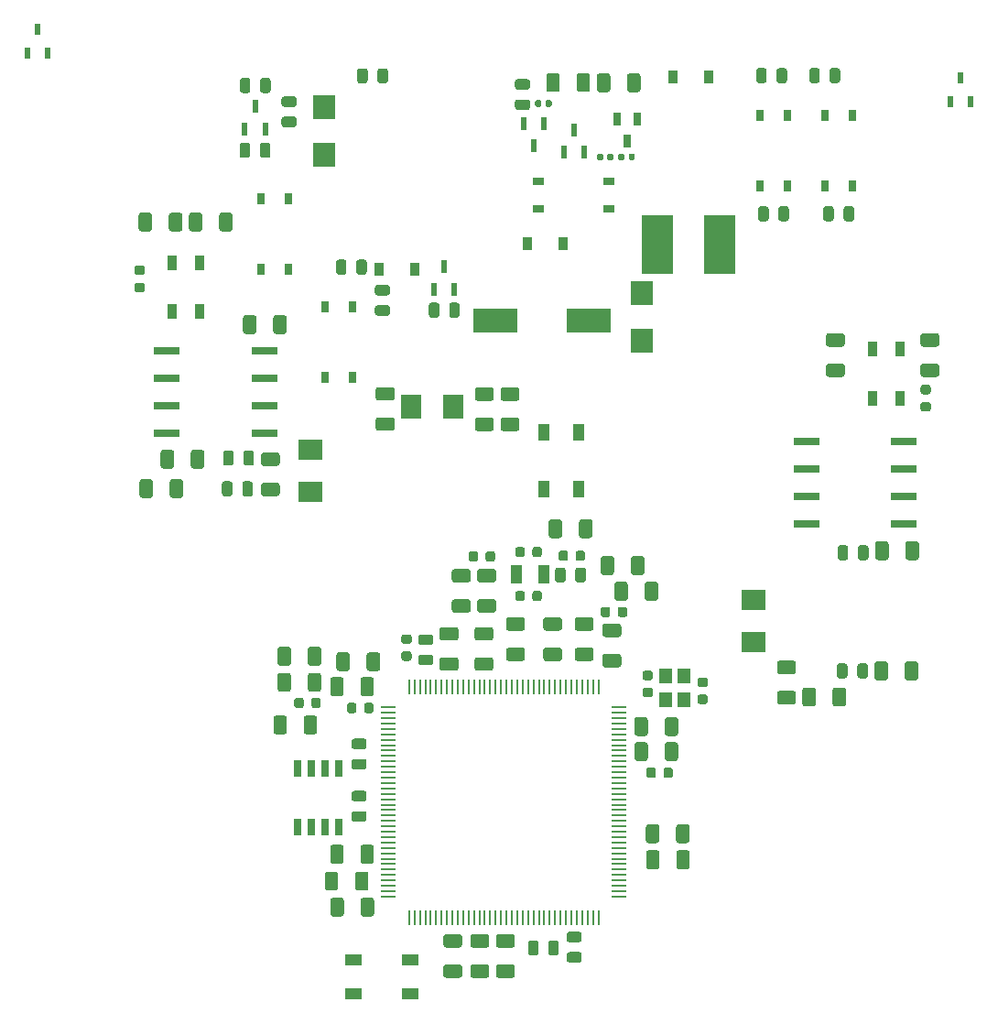
<source format=gtp>
G04 #@! TF.GenerationSoftware,KiCad,Pcbnew,(5.1.6-0-10_14)*
G04 #@! TF.CreationDate,2020-09-25T20:25:35+02:00*
G04 #@! TF.ProjectId,CHAdeMO_V2.0,43484164-654d-44f5-9f56-322e302e6b69,rev?*
G04 #@! TF.SameCoordinates,Original*
G04 #@! TF.FileFunction,Paste,Top*
G04 #@! TF.FilePolarity,Positive*
%FSLAX46Y46*%
G04 Gerber Fmt 4.6, Leading zero omitted, Abs format (unit mm)*
G04 Created by KiCad (PCBNEW (5.1.6-0-10_14)) date 2020-09-25 20:25:35*
%MOMM*%
%LPD*%
G01*
G04 APERTURE LIST*
%ADD10R,0.600000X1.050000*%
%ADD11R,0.650000X1.200000*%
%ADD12R,0.600000X1.300000*%
%ADD13R,0.900000X1.350000*%
%ADD14R,1.900000X2.200000*%
%ADD15R,2.900000X5.450000*%
%ADD16R,2.150000X2.200000*%
%ADD17R,0.800000X1.000000*%
%ADD18R,1.000000X0.800000*%
%ADD19R,1.550000X1.000000*%
%ADD20R,1.000000X1.550000*%
%ADD21R,4.050000X2.300000*%
%ADD22R,0.280000X1.470000*%
%ADD23R,1.470000X0.280000*%
%ADD24R,2.350000X0.700000*%
%ADD25R,0.900000X1.200000*%
%ADD26R,1.000000X1.800000*%
%ADD27R,0.650000X1.525000*%
%ADD28R,2.200000X1.900000*%
%ADD29R,1.200000X1.400000*%
G04 APERTURE END LIST*
G04 #@! TO.C,R28*
G36*
G01*
X120883100Y-70892350D02*
X120883100Y-71804850D01*
G75*
G02*
X120639350Y-72048600I-243750J0D01*
G01*
X120151850Y-72048600D01*
G75*
G02*
X119908100Y-71804850I0J243750D01*
G01*
X119908100Y-70892350D01*
G75*
G02*
X120151850Y-70648600I243750J0D01*
G01*
X120639350Y-70648600D01*
G75*
G02*
X120883100Y-70892350I0J-243750D01*
G01*
G37*
G36*
G01*
X122758100Y-70892350D02*
X122758100Y-71804850D01*
G75*
G02*
X122514350Y-72048600I-243750J0D01*
G01*
X122026850Y-72048600D01*
G75*
G02*
X121783100Y-71804850I0J243750D01*
G01*
X121783100Y-70892350D01*
G75*
G02*
X122026850Y-70648600I243750J0D01*
G01*
X122514350Y-70648600D01*
G75*
G02*
X122758100Y-70892350I0J-243750D01*
G01*
G37*
G04 #@! TD*
G04 #@! TO.C,R27*
G36*
G01*
X127805600Y-71804850D02*
X127805600Y-70892350D01*
G75*
G02*
X128049350Y-70648600I243750J0D01*
G01*
X128536850Y-70648600D01*
G75*
G02*
X128780600Y-70892350I0J-243750D01*
G01*
X128780600Y-71804850D01*
G75*
G02*
X128536850Y-72048600I-243750J0D01*
G01*
X128049350Y-72048600D01*
G75*
G02*
X127805600Y-71804850I0J243750D01*
G01*
G37*
G36*
G01*
X125930600Y-71804850D02*
X125930600Y-70892350D01*
G75*
G02*
X126174350Y-70648600I243750J0D01*
G01*
X126661850Y-70648600D01*
G75*
G02*
X126905600Y-70892350I0J-243750D01*
G01*
X126905600Y-71804850D01*
G75*
G02*
X126661850Y-72048600I-243750J0D01*
G01*
X126174350Y-72048600D01*
G75*
G02*
X125930600Y-71804850I0J243750D01*
G01*
G37*
G04 #@! TD*
G04 #@! TO.C,R19*
G36*
G01*
X91331200Y-80720250D02*
X91331200Y-79807750D01*
G75*
G02*
X91574950Y-79564000I243750J0D01*
G01*
X92062450Y-79564000D01*
G75*
G02*
X92306200Y-79807750I0J-243750D01*
G01*
X92306200Y-80720250D01*
G75*
G02*
X92062450Y-80964000I-243750J0D01*
G01*
X91574950Y-80964000D01*
G75*
G02*
X91331200Y-80720250I0J243750D01*
G01*
G37*
G36*
G01*
X89456200Y-80720250D02*
X89456200Y-79807750D01*
G75*
G02*
X89699950Y-79564000I243750J0D01*
G01*
X90187450Y-79564000D01*
G75*
G02*
X90431200Y-79807750I0J-243750D01*
G01*
X90431200Y-80720250D01*
G75*
G02*
X90187450Y-80964000I-243750J0D01*
G01*
X89699950Y-80964000D01*
G75*
G02*
X89456200Y-80720250I0J243750D01*
G01*
G37*
G04 #@! TD*
G04 #@! TO.C,R9*
G36*
G01*
X73830600Y-65937450D02*
X73830600Y-65024950D01*
G75*
G02*
X74074350Y-64781200I243750J0D01*
G01*
X74561850Y-64781200D01*
G75*
G02*
X74805600Y-65024950I0J-243750D01*
G01*
X74805600Y-65937450D01*
G75*
G02*
X74561850Y-66181200I-243750J0D01*
G01*
X74074350Y-66181200D01*
G75*
G02*
X73830600Y-65937450I0J243750D01*
G01*
G37*
G36*
G01*
X71955600Y-65937450D02*
X71955600Y-65024950D01*
G75*
G02*
X72199350Y-64781200I243750J0D01*
G01*
X72686850Y-64781200D01*
G75*
G02*
X72930600Y-65024950I0J-243750D01*
G01*
X72930600Y-65937450D01*
G75*
G02*
X72686850Y-66181200I-243750J0D01*
G01*
X72199350Y-66181200D01*
G75*
G02*
X71955600Y-65937450I0J243750D01*
G01*
G37*
G04 #@! TD*
G04 #@! TO.C,R22*
G36*
G01*
X97663950Y-60775000D02*
X98576450Y-60775000D01*
G75*
G02*
X98820200Y-61018750I0J-243750D01*
G01*
X98820200Y-61506250D01*
G75*
G02*
X98576450Y-61750000I-243750J0D01*
G01*
X97663950Y-61750000D01*
G75*
G02*
X97420200Y-61506250I0J243750D01*
G01*
X97420200Y-61018750D01*
G75*
G02*
X97663950Y-60775000I243750J0D01*
G01*
G37*
G36*
G01*
X97663950Y-58900000D02*
X98576450Y-58900000D01*
G75*
G02*
X98820200Y-59143750I0J-243750D01*
G01*
X98820200Y-59631250D01*
G75*
G02*
X98576450Y-59875000I-243750J0D01*
G01*
X97663950Y-59875000D01*
G75*
G02*
X97420200Y-59631250I0J243750D01*
G01*
X97420200Y-59143750D01*
G75*
G02*
X97663950Y-58900000I243750J0D01*
G01*
G37*
G04 #@! TD*
G04 #@! TO.C,R21*
G36*
G01*
X99860600Y-60965300D02*
X99860600Y-61310300D01*
G75*
G02*
X99713100Y-61457800I-147500J0D01*
G01*
X99418100Y-61457800D01*
G75*
G02*
X99270600Y-61310300I0J147500D01*
G01*
X99270600Y-60965300D01*
G75*
G02*
X99418100Y-60817800I147500J0D01*
G01*
X99713100Y-60817800D01*
G75*
G02*
X99860600Y-60965300I0J-147500D01*
G01*
G37*
G36*
G01*
X100830600Y-60965300D02*
X100830600Y-61310300D01*
G75*
G02*
X100683100Y-61457800I-147500J0D01*
G01*
X100388100Y-61457800D01*
G75*
G02*
X100240600Y-61310300I0J147500D01*
G01*
X100240600Y-60965300D01*
G75*
G02*
X100388100Y-60817800I147500J0D01*
G01*
X100683100Y-60817800D01*
G75*
G02*
X100830600Y-60965300I0J-147500D01*
G01*
G37*
G04 #@! TD*
G04 #@! TO.C,R18*
G36*
G01*
X99600600Y-138761150D02*
X99600600Y-139673650D01*
G75*
G02*
X99356850Y-139917400I-243750J0D01*
G01*
X98869350Y-139917400D01*
G75*
G02*
X98625600Y-139673650I0J243750D01*
G01*
X98625600Y-138761150D01*
G75*
G02*
X98869350Y-138517400I243750J0D01*
G01*
X99356850Y-138517400D01*
G75*
G02*
X99600600Y-138761150I0J-243750D01*
G01*
G37*
G36*
G01*
X101475600Y-138761150D02*
X101475600Y-139673650D01*
G75*
G02*
X101231850Y-139917400I-243750J0D01*
G01*
X100744350Y-139917400D01*
G75*
G02*
X100500600Y-139673650I0J243750D01*
G01*
X100500600Y-138761150D01*
G75*
G02*
X100744350Y-138517400I243750J0D01*
G01*
X101231850Y-138517400D01*
G75*
G02*
X101475600Y-138761150I0J-243750D01*
G01*
G37*
G04 #@! TD*
G04 #@! TO.C,R17*
G36*
G01*
X103351650Y-138691200D02*
X102439150Y-138691200D01*
G75*
G02*
X102195400Y-138447450I0J243750D01*
G01*
X102195400Y-137959950D01*
G75*
G02*
X102439150Y-137716200I243750J0D01*
G01*
X103351650Y-137716200D01*
G75*
G02*
X103595400Y-137959950I0J-243750D01*
G01*
X103595400Y-138447450D01*
G75*
G02*
X103351650Y-138691200I-243750J0D01*
G01*
G37*
G36*
G01*
X103351650Y-140566200D02*
X102439150Y-140566200D01*
G75*
G02*
X102195400Y-140322450I0J243750D01*
G01*
X102195400Y-139834950D01*
G75*
G02*
X102439150Y-139591200I243750J0D01*
G01*
X103351650Y-139591200D01*
G75*
G02*
X103595400Y-139834950I0J-243750D01*
G01*
X103595400Y-140322450D01*
G75*
G02*
X103351650Y-140566200I-243750J0D01*
G01*
G37*
G04 #@! TD*
D10*
G04 #@! TO.C,D5*
X53247600Y-54322800D03*
X54197600Y-56522800D03*
X52297600Y-56522800D03*
G04 #@! TD*
G04 #@! TO.C,D4*
X138633200Y-58767800D03*
X139583200Y-60967800D03*
X137683200Y-60967800D03*
G04 #@! TD*
D11*
G04 #@! TO.C,Q5*
X107797600Y-64651600D03*
X106837600Y-62551600D03*
X108757600Y-62551600D03*
G04 #@! TD*
D12*
G04 #@! TO.C,Q3*
X102870000Y-63567600D03*
X103820000Y-65667600D03*
X101920000Y-65667600D03*
G04 #@! TD*
G04 #@! TO.C,Q4*
X99161600Y-65083400D03*
X98211600Y-62983400D03*
X100111600Y-62983400D03*
G04 #@! TD*
G04 #@! TO.C,Q2*
X90881200Y-76226200D03*
X91831200Y-78326200D03*
X89931200Y-78326200D03*
G04 #@! TD*
G04 #@! TO.C,Q1*
X73380600Y-61434000D03*
X74330600Y-63534000D03*
X72430600Y-63534000D03*
G04 #@! TD*
D13*
G04 #@! TO.C,L6*
X130499800Y-83831000D03*
X132999800Y-83831000D03*
X132999800Y-88381000D03*
X130499800Y-88381000D03*
G04 #@! TD*
G04 #@! TO.C,L5*
X65724600Y-75847000D03*
X68224600Y-75847000D03*
X68224600Y-80397000D03*
X65724600Y-80397000D03*
G04 #@! TD*
D14*
G04 #@! TO.C,L9*
X87839000Y-89179400D03*
X91739000Y-89179400D03*
G04 #@! TD*
G04 #@! TO.C,F2*
G36*
G01*
X106235200Y-58607800D02*
X106235200Y-59857800D01*
G75*
G02*
X105985200Y-60107800I-250000J0D01*
G01*
X105235200Y-60107800D01*
G75*
G02*
X104985200Y-59857800I0J250000D01*
G01*
X104985200Y-58607800D01*
G75*
G02*
X105235200Y-58357800I250000J0D01*
G01*
X105985200Y-58357800D01*
G75*
G02*
X106235200Y-58607800I0J-250000D01*
G01*
G37*
G36*
G01*
X109035200Y-58607800D02*
X109035200Y-59857800D01*
G75*
G02*
X108785200Y-60107800I-250000J0D01*
G01*
X108035200Y-60107800D01*
G75*
G02*
X107785200Y-59857800I0J250000D01*
G01*
X107785200Y-58607800D01*
G75*
G02*
X108035200Y-58357800I250000J0D01*
G01*
X108785200Y-58357800D01*
G75*
G02*
X109035200Y-58607800I0J-250000D01*
G01*
G37*
G04 #@! TD*
G04 #@! TO.C,F3*
G36*
G01*
X103111600Y-59832400D02*
X103111600Y-58582400D01*
G75*
G02*
X103361600Y-58332400I250000J0D01*
G01*
X104111600Y-58332400D01*
G75*
G02*
X104361600Y-58582400I0J-250000D01*
G01*
X104361600Y-59832400D01*
G75*
G02*
X104111600Y-60082400I-250000J0D01*
G01*
X103361600Y-60082400D01*
G75*
G02*
X103111600Y-59832400I0J250000D01*
G01*
G37*
G36*
G01*
X100311600Y-59832400D02*
X100311600Y-58582400D01*
G75*
G02*
X100561600Y-58332400I250000J0D01*
G01*
X101311600Y-58332400D01*
G75*
G02*
X101561600Y-58582400I0J-250000D01*
G01*
X101561600Y-59832400D01*
G75*
G02*
X101311600Y-60082400I-250000J0D01*
G01*
X100561600Y-60082400D01*
G75*
G02*
X100311600Y-59832400I0J250000D01*
G01*
G37*
G04 #@! TD*
D15*
G04 #@! TO.C,F1*
X110609900Y-74180700D03*
X116389900Y-74180700D03*
G04 #@! TD*
D16*
G04 #@! TO.C,D6*
X109169200Y-83073600D03*
X109169200Y-78673600D03*
G04 #@! TD*
G04 #@! TO.C,D3*
X79781400Y-65896600D03*
X79781400Y-61496600D03*
G04 #@! TD*
D17*
G04 #@! TO.C,U7*
X122603100Y-68744200D03*
X120063100Y-68744200D03*
X120063100Y-62244200D03*
X122603100Y-62244200D03*
G04 #@! TD*
G04 #@! TO.C,U6*
X128625600Y-68744200D03*
X126085600Y-68744200D03*
X126085600Y-62244200D03*
X128625600Y-62244200D03*
G04 #@! TD*
D18*
G04 #@! TO.C,U5*
X99594300Y-70878700D03*
X99594300Y-68338700D03*
X106094300Y-68338700D03*
X106094300Y-70878700D03*
G04 #@! TD*
D17*
G04 #@! TO.C,U4*
X82423000Y-86473400D03*
X79883000Y-86473400D03*
X79883000Y-79973400D03*
X82423000Y-79973400D03*
G04 #@! TD*
G04 #@! TO.C,U3*
X76479400Y-76465800D03*
X73939400Y-76465800D03*
X73939400Y-69965800D03*
X76479400Y-69965800D03*
G04 #@! TD*
D19*
G04 #@! TO.C,S2*
X87765800Y-143484400D03*
X82515800Y-143484400D03*
X87765800Y-140284400D03*
X82515800Y-140284400D03*
G04 #@! TD*
D20*
G04 #@! TO.C,S1*
X103301600Y-91507400D03*
X103301600Y-96757400D03*
X100101600Y-91507400D03*
X100101600Y-96757400D03*
G04 #@! TD*
D21*
G04 #@! TO.C,C44*
X104198200Y-81203800D03*
X95598200Y-81203800D03*
G04 #@! TD*
G04 #@! TO.C,R13*
G36*
G01*
X136413400Y-83636000D02*
X135163400Y-83636000D01*
G75*
G02*
X134913400Y-83386000I0J250000D01*
G01*
X134913400Y-82636000D01*
G75*
G02*
X135163400Y-82386000I250000J0D01*
G01*
X136413400Y-82386000D01*
G75*
G02*
X136663400Y-82636000I0J-250000D01*
G01*
X136663400Y-83386000D01*
G75*
G02*
X136413400Y-83636000I-250000J0D01*
G01*
G37*
G36*
G01*
X136413400Y-86436000D02*
X135163400Y-86436000D01*
G75*
G02*
X134913400Y-86186000I0J250000D01*
G01*
X134913400Y-85436000D01*
G75*
G02*
X135163400Y-85186000I250000J0D01*
G01*
X136413400Y-85186000D01*
G75*
G02*
X136663400Y-85436000I0J-250000D01*
G01*
X136663400Y-86186000D01*
G75*
G02*
X136413400Y-86436000I-250000J0D01*
G01*
G37*
G04 #@! TD*
G04 #@! TO.C,R12*
G36*
G01*
X126425800Y-85186000D02*
X127675800Y-85186000D01*
G75*
G02*
X127925800Y-85436000I0J-250000D01*
G01*
X127925800Y-86186000D01*
G75*
G02*
X127675800Y-86436000I-250000J0D01*
G01*
X126425800Y-86436000D01*
G75*
G02*
X126175800Y-86186000I0J250000D01*
G01*
X126175800Y-85436000D01*
G75*
G02*
X126425800Y-85186000I250000J0D01*
G01*
G37*
G36*
G01*
X126425800Y-82386000D02*
X127675800Y-82386000D01*
G75*
G02*
X127925800Y-82636000I0J-250000D01*
G01*
X127925800Y-83386000D01*
G75*
G02*
X127675800Y-83636000I-250000J0D01*
G01*
X126425800Y-83636000D01*
G75*
G02*
X126175800Y-83386000I0J250000D01*
G01*
X126175800Y-82636000D01*
G75*
G02*
X126425800Y-82386000I250000J0D01*
G01*
G37*
G04 #@! TD*
G04 #@! TO.C,C35*
G36*
G01*
X135142150Y-88742000D02*
X135654650Y-88742000D01*
G75*
G02*
X135873400Y-88960750I0J-218750D01*
G01*
X135873400Y-89398250D01*
G75*
G02*
X135654650Y-89617000I-218750J0D01*
G01*
X135142150Y-89617000D01*
G75*
G02*
X134923400Y-89398250I0J218750D01*
G01*
X134923400Y-88960750D01*
G75*
G02*
X135142150Y-88742000I218750J0D01*
G01*
G37*
G36*
G01*
X135142150Y-87167000D02*
X135654650Y-87167000D01*
G75*
G02*
X135873400Y-87385750I0J-218750D01*
G01*
X135873400Y-87823250D01*
G75*
G02*
X135654650Y-88042000I-218750J0D01*
G01*
X135142150Y-88042000D01*
G75*
G02*
X134923400Y-87823250I0J218750D01*
G01*
X134923400Y-87385750D01*
G75*
G02*
X135142150Y-87167000I218750J0D01*
G01*
G37*
G04 #@! TD*
D22*
G04 #@! TO.C,U2*
X105130500Y-136385000D03*
X104630500Y-136385000D03*
X104130500Y-136385000D03*
X103630500Y-136385000D03*
X103130500Y-136385000D03*
X102630500Y-136385000D03*
X102130500Y-136385000D03*
X101630500Y-136385000D03*
X101130500Y-136385000D03*
X100630500Y-136385000D03*
X100130500Y-136385000D03*
X99630500Y-136385000D03*
X99130500Y-136385000D03*
X98630500Y-136385000D03*
X98130500Y-136385000D03*
X97630500Y-136385000D03*
X97130500Y-136385000D03*
X96630500Y-136385000D03*
X96130500Y-136385000D03*
X95630500Y-136385000D03*
X95130500Y-136385000D03*
X94630500Y-136385000D03*
X94130500Y-136385000D03*
X93630500Y-136385000D03*
X93130500Y-136385000D03*
X92630500Y-136385000D03*
X92130500Y-136385000D03*
X91630500Y-136385000D03*
X91130500Y-136385000D03*
X90630500Y-136385000D03*
X90130500Y-136385000D03*
X89630500Y-136385000D03*
X89130500Y-136385000D03*
X88630500Y-136385000D03*
X88130500Y-136385000D03*
X87630500Y-136385000D03*
D23*
X85710500Y-134465000D03*
X85710500Y-133965000D03*
X85710500Y-133465000D03*
X85710500Y-132965000D03*
X85710500Y-132465000D03*
X85710500Y-131965000D03*
X85710500Y-131465000D03*
X85710500Y-130965000D03*
X85710500Y-130465000D03*
X85710500Y-129965000D03*
X85710500Y-129465000D03*
X85710500Y-128965000D03*
X85710500Y-128465000D03*
X85710500Y-127965000D03*
X85710500Y-127465000D03*
X85710500Y-126965000D03*
X85710500Y-126465000D03*
X85710500Y-125965000D03*
X85710500Y-125465000D03*
X85710500Y-124965000D03*
X85710500Y-124465000D03*
X85710500Y-123965000D03*
X85710500Y-123465000D03*
X85710500Y-122965000D03*
X85710500Y-122465000D03*
X85710500Y-121965000D03*
X85710500Y-121465000D03*
X85710500Y-120965000D03*
X85710500Y-120465000D03*
X85710500Y-119965000D03*
X85710500Y-119465000D03*
X85710500Y-118965000D03*
X85710500Y-118465000D03*
X85710500Y-117965000D03*
X85710500Y-117465000D03*
X85710500Y-116965000D03*
D22*
X87630500Y-115045000D03*
X88130500Y-115045000D03*
X88630500Y-115045000D03*
X89130500Y-115045000D03*
X89630500Y-115045000D03*
X90130500Y-115045000D03*
X90630500Y-115045000D03*
X91130500Y-115045000D03*
X91630500Y-115045000D03*
X92130500Y-115045000D03*
X92630500Y-115045000D03*
X93130500Y-115045000D03*
X93630500Y-115045000D03*
X94130500Y-115045000D03*
X94630500Y-115045000D03*
X95130500Y-115045000D03*
X95630500Y-115045000D03*
X96130500Y-115045000D03*
X96630500Y-115045000D03*
X97130500Y-115045000D03*
X97630500Y-115045000D03*
X98130500Y-115045000D03*
X98630500Y-115045000D03*
X99130500Y-115045000D03*
X99630500Y-115045000D03*
X100130500Y-115045000D03*
X100630500Y-115045000D03*
X101130500Y-115045000D03*
X101630500Y-115045000D03*
X102130500Y-115045000D03*
X102630500Y-115045000D03*
X103130500Y-115045000D03*
X103630500Y-115045000D03*
X104130500Y-115045000D03*
X104630500Y-115045000D03*
X105130500Y-115045000D03*
D23*
X107050500Y-116965000D03*
X107050500Y-117465000D03*
X107050500Y-117965000D03*
X107050500Y-118465000D03*
X107050500Y-118965000D03*
X107050500Y-119465000D03*
X107050500Y-119965000D03*
X107050500Y-120465000D03*
X107050500Y-120965000D03*
X107050500Y-121465000D03*
X107050500Y-121965000D03*
X107050500Y-122465000D03*
X107050500Y-122965000D03*
X107050500Y-123465000D03*
X107050500Y-123965000D03*
X107050500Y-124465000D03*
X107050500Y-124965000D03*
X107050500Y-125465000D03*
X107050500Y-125965000D03*
X107050500Y-126465000D03*
X107050500Y-126965000D03*
X107050500Y-127465000D03*
X107050500Y-127965000D03*
X107050500Y-128465000D03*
X107050500Y-128965000D03*
X107050500Y-129465000D03*
X107050500Y-129965000D03*
X107050500Y-130465000D03*
X107050500Y-130965000D03*
X107050500Y-131465000D03*
X107050500Y-131965000D03*
X107050500Y-132465000D03*
X107050500Y-132965000D03*
X107050500Y-133465000D03*
X107050500Y-133965000D03*
X107050500Y-134465000D03*
G04 #@! TD*
G04 #@! TO.C,R26*
G36*
G01*
X120708000Y-58116150D02*
X120708000Y-59028650D01*
G75*
G02*
X120464250Y-59272400I-243750J0D01*
G01*
X119976750Y-59272400D01*
G75*
G02*
X119733000Y-59028650I0J243750D01*
G01*
X119733000Y-58116150D01*
G75*
G02*
X119976750Y-57872400I243750J0D01*
G01*
X120464250Y-57872400D01*
G75*
G02*
X120708000Y-58116150I0J-243750D01*
G01*
G37*
G36*
G01*
X122583000Y-58116150D02*
X122583000Y-59028650D01*
G75*
G02*
X122339250Y-59272400I-243750J0D01*
G01*
X121851750Y-59272400D01*
G75*
G02*
X121608000Y-59028650I0J243750D01*
G01*
X121608000Y-58116150D01*
G75*
G02*
X121851750Y-57872400I243750J0D01*
G01*
X122339250Y-57872400D01*
G75*
G02*
X122583000Y-58116150I0J-243750D01*
G01*
G37*
G04 #@! TD*
G04 #@! TO.C,R25*
G36*
G01*
X125610200Y-58116150D02*
X125610200Y-59028650D01*
G75*
G02*
X125366450Y-59272400I-243750J0D01*
G01*
X124878950Y-59272400D01*
G75*
G02*
X124635200Y-59028650I0J243750D01*
G01*
X124635200Y-58116150D01*
G75*
G02*
X124878950Y-57872400I243750J0D01*
G01*
X125366450Y-57872400D01*
G75*
G02*
X125610200Y-58116150I0J-243750D01*
G01*
G37*
G36*
G01*
X127485200Y-58116150D02*
X127485200Y-59028650D01*
G75*
G02*
X127241450Y-59272400I-243750J0D01*
G01*
X126753950Y-59272400D01*
G75*
G02*
X126510200Y-59028650I0J243750D01*
G01*
X126510200Y-58116150D01*
G75*
G02*
X126753950Y-57872400I243750J0D01*
G01*
X127241450Y-57872400D01*
G75*
G02*
X127485200Y-58116150I0J-243750D01*
G01*
G37*
G04 #@! TD*
D24*
G04 #@! TO.C,IC2*
X65223400Y-91643200D03*
X65223400Y-89103200D03*
X65223400Y-86563200D03*
X65223400Y-84023200D03*
X74273400Y-84023200D03*
X74273400Y-86563200D03*
X74273400Y-89103200D03*
X74273400Y-91643200D03*
G04 #@! TD*
G04 #@! TO.C,R14*
G36*
G01*
X84709950Y-79799600D02*
X85622450Y-79799600D01*
G75*
G02*
X85866200Y-80043350I0J-243750D01*
G01*
X85866200Y-80530850D01*
G75*
G02*
X85622450Y-80774600I-243750J0D01*
G01*
X84709950Y-80774600D01*
G75*
G02*
X84466200Y-80530850I0J243750D01*
G01*
X84466200Y-80043350D01*
G75*
G02*
X84709950Y-79799600I243750J0D01*
G01*
G37*
G36*
G01*
X84709950Y-77924600D02*
X85622450Y-77924600D01*
G75*
G02*
X85866200Y-78168350I0J-243750D01*
G01*
X85866200Y-78655850D01*
G75*
G02*
X85622450Y-78899600I-243750J0D01*
G01*
X84709950Y-78899600D01*
G75*
G02*
X84466200Y-78655850I0J243750D01*
G01*
X84466200Y-78168350D01*
G75*
G02*
X84709950Y-77924600I243750J0D01*
G01*
G37*
G04 #@! TD*
G04 #@! TO.C,R2*
G36*
G01*
X89622950Y-111202700D02*
X88710450Y-111202700D01*
G75*
G02*
X88466700Y-110958950I0J243750D01*
G01*
X88466700Y-110471450D01*
G75*
G02*
X88710450Y-110227700I243750J0D01*
G01*
X89622950Y-110227700D01*
G75*
G02*
X89866700Y-110471450I0J-243750D01*
G01*
X89866700Y-110958950D01*
G75*
G02*
X89622950Y-111202700I-243750J0D01*
G01*
G37*
G36*
G01*
X89622950Y-113077700D02*
X88710450Y-113077700D01*
G75*
G02*
X88466700Y-112833950I0J243750D01*
G01*
X88466700Y-112346450D01*
G75*
G02*
X88710450Y-112102700I243750J0D01*
G01*
X89622950Y-112102700D01*
G75*
G02*
X89866700Y-112346450I0J-243750D01*
G01*
X89866700Y-112833950D01*
G75*
G02*
X89622950Y-113077700I-243750J0D01*
G01*
G37*
G04 #@! TD*
G04 #@! TO.C,C37*
G36*
G01*
X73520000Y-80959800D02*
X73520000Y-82209800D01*
G75*
G02*
X73270000Y-82459800I-250000J0D01*
G01*
X72520000Y-82459800D01*
G75*
G02*
X72270000Y-82209800I0J250000D01*
G01*
X72270000Y-80959800D01*
G75*
G02*
X72520000Y-80709800I250000J0D01*
G01*
X73270000Y-80709800D01*
G75*
G02*
X73520000Y-80959800I0J-250000D01*
G01*
G37*
G36*
G01*
X76320000Y-80959800D02*
X76320000Y-82209800D01*
G75*
G02*
X76070000Y-82459800I-250000J0D01*
G01*
X75320000Y-82459800D01*
G75*
G02*
X75070000Y-82209800I0J250000D01*
G01*
X75070000Y-80959800D01*
G75*
G02*
X75320000Y-80709800I250000J0D01*
G01*
X76070000Y-80709800D01*
G75*
G02*
X76320000Y-80959800I0J-250000D01*
G01*
G37*
G04 #@! TD*
G04 #@! TO.C,C36*
G36*
G01*
X123154600Y-113906000D02*
X121904600Y-113906000D01*
G75*
G02*
X121654600Y-113656000I0J250000D01*
G01*
X121654600Y-112906000D01*
G75*
G02*
X121904600Y-112656000I250000J0D01*
G01*
X123154600Y-112656000D01*
G75*
G02*
X123404600Y-112906000I0J-250000D01*
G01*
X123404600Y-113656000D01*
G75*
G02*
X123154600Y-113906000I-250000J0D01*
G01*
G37*
G36*
G01*
X123154600Y-116706000D02*
X121904600Y-116706000D01*
G75*
G02*
X121654600Y-116456000I0J250000D01*
G01*
X121654600Y-115706000D01*
G75*
G02*
X121904600Y-115456000I250000J0D01*
G01*
X123154600Y-115456000D01*
G75*
G02*
X123404600Y-115706000I0J-250000D01*
G01*
X123404600Y-116456000D01*
G75*
G02*
X123154600Y-116706000I-250000J0D01*
G01*
G37*
G04 #@! TD*
G04 #@! TO.C,C33*
G36*
G01*
X65900000Y-93405800D02*
X65900000Y-94655800D01*
G75*
G02*
X65650000Y-94905800I-250000J0D01*
G01*
X64900000Y-94905800D01*
G75*
G02*
X64650000Y-94655800I0J250000D01*
G01*
X64650000Y-93405800D01*
G75*
G02*
X64900000Y-93155800I250000J0D01*
G01*
X65650000Y-93155800D01*
G75*
G02*
X65900000Y-93405800I0J-250000D01*
G01*
G37*
G36*
G01*
X68700000Y-93405800D02*
X68700000Y-94655800D01*
G75*
G02*
X68450000Y-94905800I-250000J0D01*
G01*
X67700000Y-94905800D01*
G75*
G02*
X67450000Y-94655800I0J250000D01*
G01*
X67450000Y-93405800D01*
G75*
G02*
X67700000Y-93155800I250000J0D01*
G01*
X68450000Y-93155800D01*
G75*
G02*
X68700000Y-93405800I0J-250000D01*
G01*
G37*
G04 #@! TD*
G04 #@! TO.C,C32*
G36*
G01*
X133464600Y-114226500D02*
X133464600Y-112976500D01*
G75*
G02*
X133714600Y-112726500I250000J0D01*
G01*
X134464600Y-112726500D01*
G75*
G02*
X134714600Y-112976500I0J-250000D01*
G01*
X134714600Y-114226500D01*
G75*
G02*
X134464600Y-114476500I-250000J0D01*
G01*
X133714600Y-114476500D01*
G75*
G02*
X133464600Y-114226500I0J250000D01*
G01*
G37*
G36*
G01*
X130664600Y-114226500D02*
X130664600Y-112976500D01*
G75*
G02*
X130914600Y-112726500I250000J0D01*
G01*
X131664600Y-112726500D01*
G75*
G02*
X131914600Y-112976500I0J-250000D01*
G01*
X131914600Y-114226500D01*
G75*
G02*
X131664600Y-114476500I-250000J0D01*
G01*
X130914600Y-114476500D01*
G75*
G02*
X130664600Y-114226500I0J250000D01*
G01*
G37*
G04 #@! TD*
G04 #@! TO.C,C29*
G36*
G01*
X111265000Y-121681400D02*
X111265000Y-120431400D01*
G75*
G02*
X111515000Y-120181400I250000J0D01*
G01*
X112265000Y-120181400D01*
G75*
G02*
X112515000Y-120431400I0J-250000D01*
G01*
X112515000Y-121681400D01*
G75*
G02*
X112265000Y-121931400I-250000J0D01*
G01*
X111515000Y-121931400D01*
G75*
G02*
X111265000Y-121681400I0J250000D01*
G01*
G37*
G36*
G01*
X108465000Y-121681400D02*
X108465000Y-120431400D01*
G75*
G02*
X108715000Y-120181400I250000J0D01*
G01*
X109465000Y-120181400D01*
G75*
G02*
X109715000Y-120431400I0J-250000D01*
G01*
X109715000Y-121681400D01*
G75*
G02*
X109465000Y-121931400I-250000J0D01*
G01*
X108715000Y-121931400D01*
G75*
G02*
X108465000Y-121681400I0J250000D01*
G01*
G37*
G04 #@! TD*
G04 #@! TO.C,C26*
G36*
G01*
X82156000Y-112125600D02*
X82156000Y-113375600D01*
G75*
G02*
X81906000Y-113625600I-250000J0D01*
G01*
X81156000Y-113625600D01*
G75*
G02*
X80906000Y-113375600I0J250000D01*
G01*
X80906000Y-112125600D01*
G75*
G02*
X81156000Y-111875600I250000J0D01*
G01*
X81906000Y-111875600D01*
G75*
G02*
X82156000Y-112125600I0J-250000D01*
G01*
G37*
G36*
G01*
X84956000Y-112125600D02*
X84956000Y-113375600D01*
G75*
G02*
X84706000Y-113625600I-250000J0D01*
G01*
X83956000Y-113625600D01*
G75*
G02*
X83706000Y-113375600I0J250000D01*
G01*
X83706000Y-112125600D01*
G75*
G02*
X83956000Y-111875600I250000J0D01*
G01*
X84706000Y-111875600D01*
G75*
G02*
X84956000Y-112125600I0J-250000D01*
G01*
G37*
G04 #@! TD*
G04 #@! TO.C,C24*
G36*
G01*
X107000200Y-110477000D02*
X105750200Y-110477000D01*
G75*
G02*
X105500200Y-110227000I0J250000D01*
G01*
X105500200Y-109477000D01*
G75*
G02*
X105750200Y-109227000I250000J0D01*
G01*
X107000200Y-109227000D01*
G75*
G02*
X107250200Y-109477000I0J-250000D01*
G01*
X107250200Y-110227000D01*
G75*
G02*
X107000200Y-110477000I-250000J0D01*
G01*
G37*
G36*
G01*
X107000200Y-113277000D02*
X105750200Y-113277000D01*
G75*
G02*
X105500200Y-113027000I0J250000D01*
G01*
X105500200Y-112277000D01*
G75*
G02*
X105750200Y-112027000I250000J0D01*
G01*
X107000200Y-112027000D01*
G75*
G02*
X107250200Y-112277000I0J-250000D01*
G01*
X107250200Y-113027000D01*
G75*
G02*
X107000200Y-113277000I-250000J0D01*
G01*
G37*
G04 #@! TD*
G04 #@! TO.C,C6*
G36*
G01*
X91043600Y-140729000D02*
X92293600Y-140729000D01*
G75*
G02*
X92543600Y-140979000I0J-250000D01*
G01*
X92543600Y-141729000D01*
G75*
G02*
X92293600Y-141979000I-250000J0D01*
G01*
X91043600Y-141979000D01*
G75*
G02*
X90793600Y-141729000I0J250000D01*
G01*
X90793600Y-140979000D01*
G75*
G02*
X91043600Y-140729000I250000J0D01*
G01*
G37*
G36*
G01*
X91043600Y-137929000D02*
X92293600Y-137929000D01*
G75*
G02*
X92543600Y-138179000I0J-250000D01*
G01*
X92543600Y-138929000D01*
G75*
G02*
X92293600Y-139179000I-250000J0D01*
G01*
X91043600Y-139179000D01*
G75*
G02*
X90793600Y-138929000I0J250000D01*
G01*
X90793600Y-138179000D01*
G75*
G02*
X91043600Y-137929000I250000J0D01*
G01*
G37*
G04 #@! TD*
G04 #@! TO.C,C1*
G36*
G01*
X81597200Y-134807800D02*
X81597200Y-136057800D01*
G75*
G02*
X81347200Y-136307800I-250000J0D01*
G01*
X80597200Y-136307800D01*
G75*
G02*
X80347200Y-136057800I0J250000D01*
G01*
X80347200Y-134807800D01*
G75*
G02*
X80597200Y-134557800I250000J0D01*
G01*
X81347200Y-134557800D01*
G75*
G02*
X81597200Y-134807800I0J-250000D01*
G01*
G37*
G36*
G01*
X84397200Y-134807800D02*
X84397200Y-136057800D01*
G75*
G02*
X84147200Y-136307800I-250000J0D01*
G01*
X83397200Y-136307800D01*
G75*
G02*
X83147200Y-136057800I0J250000D01*
G01*
X83147200Y-134807800D01*
G75*
G02*
X83397200Y-134557800I250000J0D01*
G01*
X84147200Y-134557800D01*
G75*
G02*
X84397200Y-134807800I0J-250000D01*
G01*
G37*
G04 #@! TD*
G04 #@! TO.C,R10*
G36*
G01*
X63868000Y-71485600D02*
X63868000Y-72735600D01*
G75*
G02*
X63618000Y-72985600I-250000J0D01*
G01*
X62868000Y-72985600D01*
G75*
G02*
X62618000Y-72735600I0J250000D01*
G01*
X62618000Y-71485600D01*
G75*
G02*
X62868000Y-71235600I250000J0D01*
G01*
X63618000Y-71235600D01*
G75*
G02*
X63868000Y-71485600I0J-250000D01*
G01*
G37*
G36*
G01*
X66668000Y-71485600D02*
X66668000Y-72735600D01*
G75*
G02*
X66418000Y-72985600I-250000J0D01*
G01*
X65668000Y-72985600D01*
G75*
G02*
X65418000Y-72735600I0J250000D01*
G01*
X65418000Y-71485600D01*
G75*
G02*
X65668000Y-71235600I250000J0D01*
G01*
X66418000Y-71235600D01*
G75*
G02*
X66668000Y-71485600I0J-250000D01*
G01*
G37*
G04 #@! TD*
G04 #@! TO.C,R11*
G36*
G01*
X68516200Y-71485600D02*
X68516200Y-72735600D01*
G75*
G02*
X68266200Y-72985600I-250000J0D01*
G01*
X67516200Y-72985600D01*
G75*
G02*
X67266200Y-72735600I0J250000D01*
G01*
X67266200Y-71485600D01*
G75*
G02*
X67516200Y-71235600I250000J0D01*
G01*
X68266200Y-71235600D01*
G75*
G02*
X68516200Y-71485600I0J-250000D01*
G01*
G37*
G36*
G01*
X71316200Y-71485600D02*
X71316200Y-72735600D01*
G75*
G02*
X71066200Y-72985600I-250000J0D01*
G01*
X70316200Y-72985600D01*
G75*
G02*
X70066200Y-72735600I0J250000D01*
G01*
X70066200Y-71485600D01*
G75*
G02*
X70316200Y-71235600I250000J0D01*
G01*
X71066200Y-71235600D01*
G75*
G02*
X71316200Y-71485600I0J-250000D01*
G01*
G37*
G04 #@! TD*
G04 #@! TO.C,C34*
G36*
G01*
X62456350Y-77718400D02*
X62968850Y-77718400D01*
G75*
G02*
X63187600Y-77937150I0J-218750D01*
G01*
X63187600Y-78374650D01*
G75*
G02*
X62968850Y-78593400I-218750J0D01*
G01*
X62456350Y-78593400D01*
G75*
G02*
X62237600Y-78374650I0J218750D01*
G01*
X62237600Y-77937150D01*
G75*
G02*
X62456350Y-77718400I218750J0D01*
G01*
G37*
G36*
G01*
X62456350Y-76143400D02*
X62968850Y-76143400D01*
G75*
G02*
X63187600Y-76362150I0J-218750D01*
G01*
X63187600Y-76799650D01*
G75*
G02*
X62968850Y-77018400I-218750J0D01*
G01*
X62456350Y-77018400D01*
G75*
G02*
X62237600Y-76799650I0J218750D01*
G01*
X62237600Y-76362150D01*
G75*
G02*
X62456350Y-76143400I218750J0D01*
G01*
G37*
G04 #@! TD*
G04 #@! TO.C,R24*
G36*
G01*
X105575600Y-65918300D02*
X105575600Y-66263300D01*
G75*
G02*
X105428100Y-66410800I-147500J0D01*
G01*
X105133100Y-66410800D01*
G75*
G02*
X104985600Y-66263300I0J147500D01*
G01*
X104985600Y-65918300D01*
G75*
G02*
X105133100Y-65770800I147500J0D01*
G01*
X105428100Y-65770800D01*
G75*
G02*
X105575600Y-65918300I0J-147500D01*
G01*
G37*
G36*
G01*
X106545600Y-65918300D02*
X106545600Y-66263300D01*
G75*
G02*
X106398100Y-66410800I-147500J0D01*
G01*
X106103100Y-66410800D01*
G75*
G02*
X105955600Y-66263300I0J147500D01*
G01*
X105955600Y-65918300D01*
G75*
G02*
X106103100Y-65770800I147500J0D01*
G01*
X106398100Y-65770800D01*
G75*
G02*
X106545600Y-65918300I0J-147500D01*
G01*
G37*
G04 #@! TD*
G04 #@! TO.C,R23*
G36*
G01*
X107544100Y-65918300D02*
X107544100Y-66263300D01*
G75*
G02*
X107396600Y-66410800I-147500J0D01*
G01*
X107101600Y-66410800D01*
G75*
G02*
X106954100Y-66263300I0J147500D01*
G01*
X106954100Y-65918300D01*
G75*
G02*
X107101600Y-65770800I147500J0D01*
G01*
X107396600Y-65770800D01*
G75*
G02*
X107544100Y-65918300I0J-147500D01*
G01*
G37*
G36*
G01*
X108514100Y-65918300D02*
X108514100Y-66263300D01*
G75*
G02*
X108366600Y-66410800I-147500J0D01*
G01*
X108071600Y-66410800D01*
G75*
G02*
X107924100Y-66263300I0J147500D01*
G01*
X107924100Y-65918300D01*
G75*
G02*
X108071600Y-65770800I147500J0D01*
G01*
X108366600Y-65770800D01*
G75*
G02*
X108514100Y-65918300I0J-147500D01*
G01*
G37*
G04 #@! TD*
G04 #@! TO.C,R20*
G36*
G01*
X83801800Y-58141550D02*
X83801800Y-59054050D01*
G75*
G02*
X83558050Y-59297800I-243750J0D01*
G01*
X83070550Y-59297800D01*
G75*
G02*
X82826800Y-59054050I0J243750D01*
G01*
X82826800Y-58141550D01*
G75*
G02*
X83070550Y-57897800I243750J0D01*
G01*
X83558050Y-57897800D01*
G75*
G02*
X83801800Y-58141550I0J-243750D01*
G01*
G37*
G36*
G01*
X85676800Y-58141550D02*
X85676800Y-59054050D01*
G75*
G02*
X85433050Y-59297800I-243750J0D01*
G01*
X84945550Y-59297800D01*
G75*
G02*
X84701800Y-59054050I0J243750D01*
G01*
X84701800Y-58141550D01*
G75*
G02*
X84945550Y-57897800I243750J0D01*
G01*
X85433050Y-57897800D01*
G75*
G02*
X85676800Y-58141550I0J-243750D01*
G01*
G37*
G04 #@! TD*
G04 #@! TO.C,R8*
G36*
G01*
X73853700Y-59943050D02*
X73853700Y-59030550D01*
G75*
G02*
X74097450Y-58786800I243750J0D01*
G01*
X74584950Y-58786800D01*
G75*
G02*
X74828700Y-59030550I0J-243750D01*
G01*
X74828700Y-59943050D01*
G75*
G02*
X74584950Y-60186800I-243750J0D01*
G01*
X74097450Y-60186800D01*
G75*
G02*
X73853700Y-59943050I0J243750D01*
G01*
G37*
G36*
G01*
X71978700Y-59943050D02*
X71978700Y-59030550D01*
G75*
G02*
X72222450Y-58786800I243750J0D01*
G01*
X72709950Y-58786800D01*
G75*
G02*
X72953700Y-59030550I0J-243750D01*
G01*
X72953700Y-59943050D01*
G75*
G02*
X72709950Y-60186800I-243750J0D01*
G01*
X72222450Y-60186800D01*
G75*
G02*
X71978700Y-59943050I0J243750D01*
G01*
G37*
G04 #@! TD*
D25*
G04 #@! TO.C,D7*
X101903800Y-74079100D03*
X98603800Y-74079100D03*
G04 #@! TD*
G04 #@! TO.C,R16*
G36*
G01*
X82746000Y-76732450D02*
X82746000Y-75819950D01*
G75*
G02*
X82989750Y-75576200I243750J0D01*
G01*
X83477250Y-75576200D01*
G75*
G02*
X83721000Y-75819950I0J-243750D01*
G01*
X83721000Y-76732450D01*
G75*
G02*
X83477250Y-76976200I-243750J0D01*
G01*
X82989750Y-76976200D01*
G75*
G02*
X82746000Y-76732450I0J243750D01*
G01*
G37*
G36*
G01*
X80871000Y-76732450D02*
X80871000Y-75819950D01*
G75*
G02*
X81114750Y-75576200I243750J0D01*
G01*
X81602250Y-75576200D01*
G75*
G02*
X81846000Y-75819950I0J-243750D01*
G01*
X81846000Y-76732450D01*
G75*
G02*
X81602250Y-76976200I-243750J0D01*
G01*
X81114750Y-76976200D01*
G75*
G02*
X80871000Y-76732450I0J243750D01*
G01*
G37*
G04 #@! TD*
G04 #@! TO.C,R15*
G36*
G01*
X76986450Y-61462500D02*
X76073950Y-61462500D01*
G75*
G02*
X75830200Y-61218750I0J243750D01*
G01*
X75830200Y-60731250D01*
G75*
G02*
X76073950Y-60487500I243750J0D01*
G01*
X76986450Y-60487500D01*
G75*
G02*
X77230200Y-60731250I0J-243750D01*
G01*
X77230200Y-61218750D01*
G75*
G02*
X76986450Y-61462500I-243750J0D01*
G01*
G37*
G36*
G01*
X76986450Y-63337500D02*
X76073950Y-63337500D01*
G75*
G02*
X75830200Y-63093750I0J243750D01*
G01*
X75830200Y-62606250D01*
G75*
G02*
X76073950Y-62362500I243750J0D01*
G01*
X76986450Y-62362500D01*
G75*
G02*
X77230200Y-62606250I0J-243750D01*
G01*
X77230200Y-63093750D01*
G75*
G02*
X76986450Y-63337500I-243750J0D01*
G01*
G37*
G04 #@! TD*
G04 #@! TO.C,D1*
X88187800Y-76476200D03*
X84887800Y-76476200D03*
G04 #@! TD*
G04 #@! TO.C,D2*
X115315000Y-58699400D03*
X112015000Y-58699400D03*
G04 #@! TD*
G04 #@! TO.C,C46*
G36*
G01*
X97583200Y-88631000D02*
X96333200Y-88631000D01*
G75*
G02*
X96083200Y-88381000I0J250000D01*
G01*
X96083200Y-87631000D01*
G75*
G02*
X96333200Y-87381000I250000J0D01*
G01*
X97583200Y-87381000D01*
G75*
G02*
X97833200Y-87631000I0J-250000D01*
G01*
X97833200Y-88381000D01*
G75*
G02*
X97583200Y-88631000I-250000J0D01*
G01*
G37*
G36*
G01*
X97583200Y-91431000D02*
X96333200Y-91431000D01*
G75*
G02*
X96083200Y-91181000I0J250000D01*
G01*
X96083200Y-90431000D01*
G75*
G02*
X96333200Y-90181000I250000J0D01*
G01*
X97583200Y-90181000D01*
G75*
G02*
X97833200Y-90431000I0J-250000D01*
G01*
X97833200Y-91181000D01*
G75*
G02*
X97583200Y-91431000I-250000J0D01*
G01*
G37*
G04 #@! TD*
G04 #@! TO.C,C47*
G36*
G01*
X86045200Y-88607600D02*
X84795200Y-88607600D01*
G75*
G02*
X84545200Y-88357600I0J250000D01*
G01*
X84545200Y-87607600D01*
G75*
G02*
X84795200Y-87357600I250000J0D01*
G01*
X86045200Y-87357600D01*
G75*
G02*
X86295200Y-87607600I0J-250000D01*
G01*
X86295200Y-88357600D01*
G75*
G02*
X86045200Y-88607600I-250000J0D01*
G01*
G37*
G36*
G01*
X86045200Y-91407600D02*
X84795200Y-91407600D01*
G75*
G02*
X84545200Y-91157600I0J250000D01*
G01*
X84545200Y-90407600D01*
G75*
G02*
X84795200Y-90157600I250000J0D01*
G01*
X86045200Y-90157600D01*
G75*
G02*
X86295200Y-90407600I0J-250000D01*
G01*
X86295200Y-91157600D01*
G75*
G02*
X86045200Y-91407600I-250000J0D01*
G01*
G37*
G04 #@! TD*
G04 #@! TO.C,C45*
G36*
G01*
X95214600Y-88631000D02*
X93964600Y-88631000D01*
G75*
G02*
X93714600Y-88381000I0J250000D01*
G01*
X93714600Y-87631000D01*
G75*
G02*
X93964600Y-87381000I250000J0D01*
G01*
X95214600Y-87381000D01*
G75*
G02*
X95464600Y-87631000I0J-250000D01*
G01*
X95464600Y-88381000D01*
G75*
G02*
X95214600Y-88631000I-250000J0D01*
G01*
G37*
G36*
G01*
X95214600Y-91431000D02*
X93964600Y-91431000D01*
G75*
G02*
X93714600Y-91181000I0J250000D01*
G01*
X93714600Y-90431000D01*
G75*
G02*
X93964600Y-90181000I250000J0D01*
G01*
X95214600Y-90181000D01*
G75*
G02*
X95464600Y-90431000I0J-250000D01*
G01*
X95464600Y-91181000D01*
G75*
G02*
X95214600Y-91431000I-250000J0D01*
G01*
G37*
G04 #@! TD*
G04 #@! TO.C,C40*
G36*
G01*
X129139100Y-103135750D02*
X129139100Y-102223250D01*
G75*
G02*
X129382850Y-101979500I243750J0D01*
G01*
X129870350Y-101979500D01*
G75*
G02*
X130114100Y-102223250I0J-243750D01*
G01*
X130114100Y-103135750D01*
G75*
G02*
X129870350Y-103379500I-243750J0D01*
G01*
X129382850Y-103379500D01*
G75*
G02*
X129139100Y-103135750I0J243750D01*
G01*
G37*
G36*
G01*
X127264100Y-103135750D02*
X127264100Y-102223250D01*
G75*
G02*
X127507850Y-101979500I243750J0D01*
G01*
X127995350Y-101979500D01*
G75*
G02*
X128239100Y-102223250I0J-243750D01*
G01*
X128239100Y-103135750D01*
G75*
G02*
X127995350Y-103379500I-243750J0D01*
G01*
X127507850Y-103379500D01*
G75*
G02*
X127264100Y-103135750I0J243750D01*
G01*
G37*
G04 #@! TD*
G04 #@! TO.C,C42*
G36*
G01*
X131978100Y-101864000D02*
X131978100Y-103114000D01*
G75*
G02*
X131728100Y-103364000I-250000J0D01*
G01*
X130978100Y-103364000D01*
G75*
G02*
X130728100Y-103114000I0J250000D01*
G01*
X130728100Y-101864000D01*
G75*
G02*
X130978100Y-101614000I250000J0D01*
G01*
X131728100Y-101614000D01*
G75*
G02*
X131978100Y-101864000I0J-250000D01*
G01*
G37*
G36*
G01*
X134778100Y-101864000D02*
X134778100Y-103114000D01*
G75*
G02*
X134528100Y-103364000I-250000J0D01*
G01*
X133778100Y-103364000D01*
G75*
G02*
X133528100Y-103114000I0J250000D01*
G01*
X133528100Y-101864000D01*
G75*
G02*
X133778100Y-101614000I250000J0D01*
G01*
X134528100Y-101614000D01*
G75*
G02*
X134778100Y-101864000I0J-250000D01*
G01*
G37*
G04 #@! TD*
D26*
G04 #@! TO.C,Y2*
X100056000Y-104648000D03*
X97556000Y-104648000D03*
G04 #@! TD*
D27*
G04 #@! TO.C,U1*
X77279500Y-122637000D03*
X78549500Y-122637000D03*
X79819500Y-122637000D03*
X81089500Y-122637000D03*
X81089500Y-128061000D03*
X79819500Y-128061000D03*
X78549500Y-128061000D03*
X77279500Y-128061000D03*
G04 #@! TD*
G04 #@! TO.C,C23*
G36*
G01*
X104447500Y-109892800D02*
X103197500Y-109892800D01*
G75*
G02*
X102947500Y-109642800I0J250000D01*
G01*
X102947500Y-108892800D01*
G75*
G02*
X103197500Y-108642800I250000J0D01*
G01*
X104447500Y-108642800D01*
G75*
G02*
X104697500Y-108892800I0J-250000D01*
G01*
X104697500Y-109642800D01*
G75*
G02*
X104447500Y-109892800I-250000J0D01*
G01*
G37*
G36*
G01*
X104447500Y-112692800D02*
X103197500Y-112692800D01*
G75*
G02*
X102947500Y-112442800I0J250000D01*
G01*
X102947500Y-111692800D01*
G75*
G02*
X103197500Y-111442800I250000J0D01*
G01*
X104447500Y-111442800D01*
G75*
G02*
X104697500Y-111692800I0J-250000D01*
G01*
X104697500Y-112442800D01*
G75*
G02*
X104447500Y-112692800I-250000J0D01*
G01*
G37*
G04 #@! TD*
D28*
G04 #@! TO.C,L7*
X119519700Y-107054100D03*
X119519700Y-110954100D03*
G04 #@! TD*
G04 #@! TO.C,L8*
X78511400Y-97073000D03*
X78511400Y-93173000D03*
G04 #@! TD*
G04 #@! TO.C,C43*
G36*
G01*
X65494200Y-97373600D02*
X65494200Y-96123600D01*
G75*
G02*
X65744200Y-95873600I250000J0D01*
G01*
X66494200Y-95873600D01*
G75*
G02*
X66744200Y-96123600I0J-250000D01*
G01*
X66744200Y-97373600D01*
G75*
G02*
X66494200Y-97623600I-250000J0D01*
G01*
X65744200Y-97623600D01*
G75*
G02*
X65494200Y-97373600I0J250000D01*
G01*
G37*
G36*
G01*
X62694200Y-97373600D02*
X62694200Y-96123600D01*
G75*
G02*
X62944200Y-95873600I250000J0D01*
G01*
X63694200Y-95873600D01*
G75*
G02*
X63944200Y-96123600I0J-250000D01*
G01*
X63944200Y-97373600D01*
G75*
G02*
X63694200Y-97623600I-250000J0D01*
G01*
X62944200Y-97623600D01*
G75*
G02*
X62694200Y-97373600I0J250000D01*
G01*
G37*
G04 #@! TD*
G04 #@! TO.C,C17*
G36*
G01*
X112344500Y-131689000D02*
X112344500Y-130439000D01*
G75*
G02*
X112594500Y-130189000I250000J0D01*
G01*
X113344500Y-130189000D01*
G75*
G02*
X113594500Y-130439000I0J-250000D01*
G01*
X113594500Y-131689000D01*
G75*
G02*
X113344500Y-131939000I-250000J0D01*
G01*
X112594500Y-131939000D01*
G75*
G02*
X112344500Y-131689000I0J250000D01*
G01*
G37*
G36*
G01*
X109544500Y-131689000D02*
X109544500Y-130439000D01*
G75*
G02*
X109794500Y-130189000I250000J0D01*
G01*
X110544500Y-130189000D01*
G75*
G02*
X110794500Y-130439000I0J-250000D01*
G01*
X110794500Y-131689000D01*
G75*
G02*
X110544500Y-131939000I-250000J0D01*
G01*
X109794500Y-131939000D01*
G75*
G02*
X109544500Y-131689000I0J250000D01*
G01*
G37*
G04 #@! TD*
D24*
G04 #@! TO.C,IC1*
X133404600Y-92354400D03*
X133404600Y-94894400D03*
X133404600Y-97434400D03*
X133404600Y-99974400D03*
X124354600Y-99974400D03*
X124354600Y-97434400D03*
X124354600Y-94894400D03*
X124354600Y-92354400D03*
G04 #@! TD*
G04 #@! TO.C,C18*
G36*
G01*
X76707700Y-114030600D02*
X76707700Y-115280600D01*
G75*
G02*
X76457700Y-115530600I-250000J0D01*
G01*
X75707700Y-115530600D01*
G75*
G02*
X75457700Y-115280600I0J250000D01*
G01*
X75457700Y-114030600D01*
G75*
G02*
X75707700Y-113780600I250000J0D01*
G01*
X76457700Y-113780600D01*
G75*
G02*
X76707700Y-114030600I0J-250000D01*
G01*
G37*
G36*
G01*
X79507700Y-114030600D02*
X79507700Y-115280600D01*
G75*
G02*
X79257700Y-115530600I-250000J0D01*
G01*
X78507700Y-115530600D01*
G75*
G02*
X78257700Y-115280600I0J250000D01*
G01*
X78257700Y-114030600D01*
G75*
G02*
X78507700Y-113780600I250000J0D01*
G01*
X79257700Y-113780600D01*
G75*
G02*
X79507700Y-114030600I0J-250000D01*
G01*
G37*
G04 #@! TD*
G04 #@! TO.C,C13*
G36*
G01*
X102329500Y-102702650D02*
X102329500Y-103215150D01*
G75*
G02*
X102110750Y-103433900I-218750J0D01*
G01*
X101673250Y-103433900D01*
G75*
G02*
X101454500Y-103215150I0J218750D01*
G01*
X101454500Y-102702650D01*
G75*
G02*
X101673250Y-102483900I218750J0D01*
G01*
X102110750Y-102483900D01*
G75*
G02*
X102329500Y-102702650I0J-218750D01*
G01*
G37*
G36*
G01*
X103904500Y-102702650D02*
X103904500Y-103215150D01*
G75*
G02*
X103685750Y-103433900I-218750J0D01*
G01*
X103248250Y-103433900D01*
G75*
G02*
X103029500Y-103215150I0J218750D01*
G01*
X103029500Y-102702650D01*
G75*
G02*
X103248250Y-102483900I218750J0D01*
G01*
X103685750Y-102483900D01*
G75*
G02*
X103904500Y-102702650I0J-218750D01*
G01*
G37*
G04 #@! TD*
G04 #@! TO.C,C11*
G36*
G01*
X76707700Y-111617600D02*
X76707700Y-112867600D01*
G75*
G02*
X76457700Y-113117600I-250000J0D01*
G01*
X75707700Y-113117600D01*
G75*
G02*
X75457700Y-112867600I0J250000D01*
G01*
X75457700Y-111617600D01*
G75*
G02*
X75707700Y-111367600I250000J0D01*
G01*
X76457700Y-111367600D01*
G75*
G02*
X76707700Y-111617600I0J-250000D01*
G01*
G37*
G36*
G01*
X79507700Y-111617600D02*
X79507700Y-112867600D01*
G75*
G02*
X79257700Y-113117600I-250000J0D01*
G01*
X78507700Y-113117600D01*
G75*
G02*
X78257700Y-112867600I0J250000D01*
G01*
X78257700Y-111617600D01*
G75*
G02*
X78507700Y-111367600I250000J0D01*
G01*
X79257700Y-111367600D01*
G75*
G02*
X79507700Y-111617600I0J-250000D01*
G01*
G37*
G04 #@! TD*
G04 #@! TO.C,C5*
G36*
G01*
X99029000Y-106936250D02*
X99029000Y-106423750D01*
G75*
G02*
X99247750Y-106205000I218750J0D01*
G01*
X99685250Y-106205000D01*
G75*
G02*
X99904000Y-106423750I0J-218750D01*
G01*
X99904000Y-106936250D01*
G75*
G02*
X99685250Y-107155000I-218750J0D01*
G01*
X99247750Y-107155000D01*
G75*
G02*
X99029000Y-106936250I0J218750D01*
G01*
G37*
G36*
G01*
X97454000Y-106936250D02*
X97454000Y-106423750D01*
G75*
G02*
X97672750Y-106205000I218750J0D01*
G01*
X98110250Y-106205000D01*
G75*
G02*
X98329000Y-106423750I0J-218750D01*
G01*
X98329000Y-106936250D01*
G75*
G02*
X98110250Y-107155000I-218750J0D01*
G01*
X97672750Y-107155000D01*
G75*
G02*
X97454000Y-106936250I0J218750D01*
G01*
G37*
G04 #@! TD*
G04 #@! TO.C,C4*
G36*
G01*
X98329000Y-102359750D02*
X98329000Y-102872250D01*
G75*
G02*
X98110250Y-103091000I-218750J0D01*
G01*
X97672750Y-103091000D01*
G75*
G02*
X97454000Y-102872250I0J218750D01*
G01*
X97454000Y-102359750D01*
G75*
G02*
X97672750Y-102141000I218750J0D01*
G01*
X98110250Y-102141000D01*
G75*
G02*
X98329000Y-102359750I0J-218750D01*
G01*
G37*
G36*
G01*
X99904000Y-102359750D02*
X99904000Y-102872250D01*
G75*
G02*
X99685250Y-103091000I-218750J0D01*
G01*
X99247750Y-103091000D01*
G75*
G02*
X99029000Y-102872250I0J218750D01*
G01*
X99029000Y-102359750D01*
G75*
G02*
X99247750Y-102141000I218750J0D01*
G01*
X99685250Y-102141000D01*
G75*
G02*
X99904000Y-102359750I0J-218750D01*
G01*
G37*
G04 #@! TD*
G04 #@! TO.C,C3*
G36*
G01*
X115026150Y-115093000D02*
X114513650Y-115093000D01*
G75*
G02*
X114294900Y-114874250I0J218750D01*
G01*
X114294900Y-114436750D01*
G75*
G02*
X114513650Y-114218000I218750J0D01*
G01*
X115026150Y-114218000D01*
G75*
G02*
X115244900Y-114436750I0J-218750D01*
G01*
X115244900Y-114874250D01*
G75*
G02*
X115026150Y-115093000I-218750J0D01*
G01*
G37*
G36*
G01*
X115026150Y-116668000D02*
X114513650Y-116668000D01*
G75*
G02*
X114294900Y-116449250I0J218750D01*
G01*
X114294900Y-116011750D01*
G75*
G02*
X114513650Y-115793000I218750J0D01*
G01*
X115026150Y-115793000D01*
G75*
G02*
X115244900Y-116011750I0J-218750D01*
G01*
X115244900Y-116449250D01*
G75*
G02*
X115026150Y-116668000I-218750J0D01*
G01*
G37*
G04 #@! TD*
G04 #@! TO.C,C2*
G36*
G01*
X109433650Y-115158000D02*
X109946150Y-115158000D01*
G75*
G02*
X110164900Y-115376750I0J-218750D01*
G01*
X110164900Y-115814250D01*
G75*
G02*
X109946150Y-116033000I-218750J0D01*
G01*
X109433650Y-116033000D01*
G75*
G02*
X109214900Y-115814250I0J218750D01*
G01*
X109214900Y-115376750D01*
G75*
G02*
X109433650Y-115158000I218750J0D01*
G01*
G37*
G36*
G01*
X109433650Y-113583000D02*
X109946150Y-113583000D01*
G75*
G02*
X110164900Y-113801750I0J-218750D01*
G01*
X110164900Y-114239250D01*
G75*
G02*
X109946150Y-114458000I-218750J0D01*
G01*
X109433650Y-114458000D01*
G75*
G02*
X109214900Y-114239250I0J218750D01*
G01*
X109214900Y-113801750D01*
G75*
G02*
X109433650Y-113583000I218750J0D01*
G01*
G37*
G04 #@! TD*
D29*
G04 #@! TO.C,Y1*
X113079900Y-114038200D03*
X113079900Y-116238200D03*
X111379900Y-116238200D03*
X111379900Y-114038200D03*
G04 #@! TD*
G04 #@! TO.C,R5*
G36*
G01*
X82538250Y-121735000D02*
X83450750Y-121735000D01*
G75*
G02*
X83694500Y-121978750I0J-243750D01*
G01*
X83694500Y-122466250D01*
G75*
G02*
X83450750Y-122710000I-243750J0D01*
G01*
X82538250Y-122710000D01*
G75*
G02*
X82294500Y-122466250I0J243750D01*
G01*
X82294500Y-121978750D01*
G75*
G02*
X82538250Y-121735000I243750J0D01*
G01*
G37*
G36*
G01*
X82538250Y-119860000D02*
X83450750Y-119860000D01*
G75*
G02*
X83694500Y-120103750I0J-243750D01*
G01*
X83694500Y-120591250D01*
G75*
G02*
X83450750Y-120835000I-243750J0D01*
G01*
X82538250Y-120835000D01*
G75*
G02*
X82294500Y-120591250I0J243750D01*
G01*
X82294500Y-120103750D01*
G75*
G02*
X82538250Y-119860000I243750J0D01*
G01*
G37*
G04 #@! TD*
G04 #@! TO.C,R4*
G36*
G01*
X83450750Y-125661000D02*
X82538250Y-125661000D01*
G75*
G02*
X82294500Y-125417250I0J243750D01*
G01*
X82294500Y-124929750D01*
G75*
G02*
X82538250Y-124686000I243750J0D01*
G01*
X83450750Y-124686000D01*
G75*
G02*
X83694500Y-124929750I0J-243750D01*
G01*
X83694500Y-125417250D01*
G75*
G02*
X83450750Y-125661000I-243750J0D01*
G01*
G37*
G36*
G01*
X83450750Y-127536000D02*
X82538250Y-127536000D01*
G75*
G02*
X82294500Y-127292250I0J243750D01*
G01*
X82294500Y-126804750D01*
G75*
G02*
X82538250Y-126561000I243750J0D01*
G01*
X83450750Y-126561000D01*
G75*
G02*
X83694500Y-126804750I0J-243750D01*
G01*
X83694500Y-127292250D01*
G75*
G02*
X83450750Y-127536000I-243750J0D01*
G01*
G37*
G04 #@! TD*
G04 #@! TO.C,R7*
G36*
G01*
X107860800Y-105610500D02*
X107860800Y-106860500D01*
G75*
G02*
X107610800Y-107110500I-250000J0D01*
G01*
X106860800Y-107110500D01*
G75*
G02*
X106610800Y-106860500I0J250000D01*
G01*
X106610800Y-105610500D01*
G75*
G02*
X106860800Y-105360500I250000J0D01*
G01*
X107610800Y-105360500D01*
G75*
G02*
X107860800Y-105610500I0J-250000D01*
G01*
G37*
G36*
G01*
X110660800Y-105610500D02*
X110660800Y-106860500D01*
G75*
G02*
X110410800Y-107110500I-250000J0D01*
G01*
X109660800Y-107110500D01*
G75*
G02*
X109410800Y-106860500I0J250000D01*
G01*
X109410800Y-105610500D01*
G75*
G02*
X109660800Y-105360500I250000J0D01*
G01*
X110410800Y-105360500D01*
G75*
G02*
X110660800Y-105610500I0J-250000D01*
G01*
G37*
G04 #@! TD*
G04 #@! TO.C,R6*
G36*
G01*
X106590800Y-103235600D02*
X106590800Y-104485600D01*
G75*
G02*
X106340800Y-104735600I-250000J0D01*
G01*
X105590800Y-104735600D01*
G75*
G02*
X105340800Y-104485600I0J250000D01*
G01*
X105340800Y-103235600D01*
G75*
G02*
X105590800Y-102985600I250000J0D01*
G01*
X106340800Y-102985600D01*
G75*
G02*
X106590800Y-103235600I0J-250000D01*
G01*
G37*
G36*
G01*
X109390800Y-103235600D02*
X109390800Y-104485600D01*
G75*
G02*
X109140800Y-104735600I-250000J0D01*
G01*
X108390800Y-104735600D01*
G75*
G02*
X108140800Y-104485600I0J250000D01*
G01*
X108140800Y-103235600D01*
G75*
G02*
X108390800Y-102985600I250000J0D01*
G01*
X109140800Y-102985600D01*
G75*
G02*
X109390800Y-103235600I0J-250000D01*
G01*
G37*
G04 #@! TD*
G04 #@! TO.C,R3*
G36*
G01*
X94011000Y-102766150D02*
X94011000Y-103278650D01*
G75*
G02*
X93792250Y-103497400I-218750J0D01*
G01*
X93354750Y-103497400D01*
G75*
G02*
X93136000Y-103278650I0J218750D01*
G01*
X93136000Y-102766150D01*
G75*
G02*
X93354750Y-102547400I218750J0D01*
G01*
X93792250Y-102547400D01*
G75*
G02*
X94011000Y-102766150I0J-218750D01*
G01*
G37*
G36*
G01*
X95586000Y-102766150D02*
X95586000Y-103278650D01*
G75*
G02*
X95367250Y-103497400I-218750J0D01*
G01*
X94929750Y-103497400D01*
G75*
G02*
X94711000Y-103278650I0J218750D01*
G01*
X94711000Y-102766150D01*
G75*
G02*
X94929750Y-102547400I218750J0D01*
G01*
X95367250Y-102547400D01*
G75*
G02*
X95586000Y-102766150I0J-218750D01*
G01*
G37*
G04 #@! TD*
G04 #@! TO.C,R1*
G36*
G01*
X103002500Y-105193150D02*
X103002500Y-104280650D01*
G75*
G02*
X103246250Y-104036900I243750J0D01*
G01*
X103733750Y-104036900D01*
G75*
G02*
X103977500Y-104280650I0J-243750D01*
G01*
X103977500Y-105193150D01*
G75*
G02*
X103733750Y-105436900I-243750J0D01*
G01*
X103246250Y-105436900D01*
G75*
G02*
X103002500Y-105193150I0J243750D01*
G01*
G37*
G36*
G01*
X101127500Y-105193150D02*
X101127500Y-104280650D01*
G75*
G02*
X101371250Y-104036900I243750J0D01*
G01*
X101858750Y-104036900D01*
G75*
G02*
X102102500Y-104280650I0J-243750D01*
G01*
X102102500Y-105193150D01*
G75*
G02*
X101858750Y-105436900I-243750J0D01*
G01*
X101371250Y-105436900D01*
G75*
G02*
X101127500Y-105193150I0J243750D01*
G01*
G37*
G04 #@! TD*
G04 #@! TO.C,LED1*
G36*
G01*
X87644950Y-111102700D02*
X87132450Y-111102700D01*
G75*
G02*
X86913700Y-110883950I0J218750D01*
G01*
X86913700Y-110446450D01*
G75*
G02*
X87132450Y-110227700I218750J0D01*
G01*
X87644950Y-110227700D01*
G75*
G02*
X87863700Y-110446450I0J-218750D01*
G01*
X87863700Y-110883950D01*
G75*
G02*
X87644950Y-111102700I-218750J0D01*
G01*
G37*
G36*
G01*
X87644950Y-112677700D02*
X87132450Y-112677700D01*
G75*
G02*
X86913700Y-112458950I0J218750D01*
G01*
X86913700Y-112021450D01*
G75*
G02*
X87132450Y-111802700I218750J0D01*
G01*
X87644950Y-111802700D01*
G75*
G02*
X87863700Y-112021450I0J-218750D01*
G01*
X87863700Y-112458950D01*
G75*
G02*
X87644950Y-112677700I-218750J0D01*
G01*
G37*
G04 #@! TD*
G04 #@! TO.C,L3*
G36*
G01*
X106228400Y-107896950D02*
X106228400Y-108409450D01*
G75*
G02*
X106009650Y-108628200I-218750J0D01*
G01*
X105572150Y-108628200D01*
G75*
G02*
X105353400Y-108409450I0J218750D01*
G01*
X105353400Y-107896950D01*
G75*
G02*
X105572150Y-107678200I218750J0D01*
G01*
X106009650Y-107678200D01*
G75*
G02*
X106228400Y-107896950I0J-218750D01*
G01*
G37*
G36*
G01*
X107803400Y-107896950D02*
X107803400Y-108409450D01*
G75*
G02*
X107584650Y-108628200I-218750J0D01*
G01*
X107147150Y-108628200D01*
G75*
G02*
X106928400Y-108409450I0J218750D01*
G01*
X106928400Y-107896950D01*
G75*
G02*
X107147150Y-107678200I218750J0D01*
G01*
X107584650Y-107678200D01*
G75*
G02*
X107803400Y-107896950I0J-218750D01*
G01*
G37*
G04 #@! TD*
G04 #@! TO.C,L2*
G36*
G01*
X83471500Y-117286750D02*
X83471500Y-116774250D01*
G75*
G02*
X83690250Y-116555500I218750J0D01*
G01*
X84127750Y-116555500D01*
G75*
G02*
X84346500Y-116774250I0J-218750D01*
G01*
X84346500Y-117286750D01*
G75*
G02*
X84127750Y-117505500I-218750J0D01*
G01*
X83690250Y-117505500D01*
G75*
G02*
X83471500Y-117286750I0J218750D01*
G01*
G37*
G36*
G01*
X81896500Y-117286750D02*
X81896500Y-116774250D01*
G75*
G02*
X82115250Y-116555500I218750J0D01*
G01*
X82552750Y-116555500D01*
G75*
G02*
X82771500Y-116774250I0J-218750D01*
G01*
X82771500Y-117286750D01*
G75*
G02*
X82552750Y-117505500I-218750J0D01*
G01*
X82115250Y-117505500D01*
G75*
G02*
X81896500Y-117286750I0J218750D01*
G01*
G37*
G04 #@! TD*
G04 #@! TO.C,L4*
G36*
G01*
X110444800Y-122755950D02*
X110444800Y-123268450D01*
G75*
G02*
X110226050Y-123487200I-218750J0D01*
G01*
X109788550Y-123487200D01*
G75*
G02*
X109569800Y-123268450I0J218750D01*
G01*
X109569800Y-122755950D01*
G75*
G02*
X109788550Y-122537200I218750J0D01*
G01*
X110226050Y-122537200D01*
G75*
G02*
X110444800Y-122755950I0J-218750D01*
G01*
G37*
G36*
G01*
X112019800Y-122755950D02*
X112019800Y-123268450D01*
G75*
G02*
X111801050Y-123487200I-218750J0D01*
G01*
X111363550Y-123487200D01*
G75*
G02*
X111144800Y-123268450I0J218750D01*
G01*
X111144800Y-122755950D01*
G75*
G02*
X111363550Y-122537200I218750J0D01*
G01*
X111801050Y-122537200D01*
G75*
G02*
X112019800Y-122755950I0J-218750D01*
G01*
G37*
G04 #@! TD*
G04 #@! TO.C,L1*
G36*
G01*
X78594700Y-116816850D02*
X78594700Y-116304350D01*
G75*
G02*
X78813450Y-116085600I218750J0D01*
G01*
X79250950Y-116085600D01*
G75*
G02*
X79469700Y-116304350I0J-218750D01*
G01*
X79469700Y-116816850D01*
G75*
G02*
X79250950Y-117035600I-218750J0D01*
G01*
X78813450Y-117035600D01*
G75*
G02*
X78594700Y-116816850I0J218750D01*
G01*
G37*
G36*
G01*
X77019700Y-116816850D02*
X77019700Y-116304350D01*
G75*
G02*
X77238450Y-116085600I218750J0D01*
G01*
X77675950Y-116085600D01*
G75*
G02*
X77894700Y-116304350I0J-218750D01*
G01*
X77894700Y-116816850D01*
G75*
G02*
X77675950Y-117035600I-218750J0D01*
G01*
X77238450Y-117035600D01*
G75*
G02*
X77019700Y-116816850I0J218750D01*
G01*
G37*
G04 #@! TD*
G04 #@! TO.C,C25*
G36*
G01*
X81584500Y-114437000D02*
X81584500Y-115687000D01*
G75*
G02*
X81334500Y-115937000I-250000J0D01*
G01*
X80584500Y-115937000D01*
G75*
G02*
X80334500Y-115687000I0J250000D01*
G01*
X80334500Y-114437000D01*
G75*
G02*
X80584500Y-114187000I250000J0D01*
G01*
X81334500Y-114187000D01*
G75*
G02*
X81584500Y-114437000I0J-250000D01*
G01*
G37*
G36*
G01*
X84384500Y-114437000D02*
X84384500Y-115687000D01*
G75*
G02*
X84134500Y-115937000I-250000J0D01*
G01*
X83384500Y-115937000D01*
G75*
G02*
X83134500Y-115687000I0J250000D01*
G01*
X83134500Y-114437000D01*
G75*
G02*
X83384500Y-114187000I250000J0D01*
G01*
X84134500Y-114187000D01*
G75*
G02*
X84384500Y-114437000I0J-250000D01*
G01*
G37*
G04 #@! TD*
G04 #@! TO.C,C21*
G36*
G01*
X95176500Y-110794500D02*
X93926500Y-110794500D01*
G75*
G02*
X93676500Y-110544500I0J250000D01*
G01*
X93676500Y-109794500D01*
G75*
G02*
X93926500Y-109544500I250000J0D01*
G01*
X95176500Y-109544500D01*
G75*
G02*
X95426500Y-109794500I0J-250000D01*
G01*
X95426500Y-110544500D01*
G75*
G02*
X95176500Y-110794500I-250000J0D01*
G01*
G37*
G36*
G01*
X95176500Y-113594500D02*
X93926500Y-113594500D01*
G75*
G02*
X93676500Y-113344500I0J250000D01*
G01*
X93676500Y-112594500D01*
G75*
G02*
X93926500Y-112344500I250000J0D01*
G01*
X95176500Y-112344500D01*
G75*
G02*
X95426500Y-112594500I0J-250000D01*
G01*
X95426500Y-113344500D01*
G75*
G02*
X95176500Y-113594500I-250000J0D01*
G01*
G37*
G04 #@! TD*
G04 #@! TO.C,C22*
G36*
G01*
X81584500Y-129931000D02*
X81584500Y-131181000D01*
G75*
G02*
X81334500Y-131431000I-250000J0D01*
G01*
X80584500Y-131431000D01*
G75*
G02*
X80334500Y-131181000I0J250000D01*
G01*
X80334500Y-129931000D01*
G75*
G02*
X80584500Y-129681000I250000J0D01*
G01*
X81334500Y-129681000D01*
G75*
G02*
X81584500Y-129931000I0J-250000D01*
G01*
G37*
G36*
G01*
X84384500Y-129931000D02*
X84384500Y-131181000D01*
G75*
G02*
X84134500Y-131431000I-250000J0D01*
G01*
X83384500Y-131431000D01*
G75*
G02*
X83134500Y-131181000I0J250000D01*
G01*
X83134500Y-129931000D01*
G75*
G02*
X83384500Y-129681000I250000J0D01*
G01*
X84134500Y-129681000D01*
G75*
G02*
X84384500Y-129931000I0J-250000D01*
G01*
G37*
G04 #@! TD*
G04 #@! TO.C,C19*
G36*
G01*
X98097500Y-109892800D02*
X96847500Y-109892800D01*
G75*
G02*
X96597500Y-109642800I0J250000D01*
G01*
X96597500Y-108892800D01*
G75*
G02*
X96847500Y-108642800I250000J0D01*
G01*
X98097500Y-108642800D01*
G75*
G02*
X98347500Y-108892800I0J-250000D01*
G01*
X98347500Y-109642800D01*
G75*
G02*
X98097500Y-109892800I-250000J0D01*
G01*
G37*
G36*
G01*
X98097500Y-112692800D02*
X96847500Y-112692800D01*
G75*
G02*
X96597500Y-112442800I0J250000D01*
G01*
X96597500Y-111692800D01*
G75*
G02*
X96847500Y-111442800I250000J0D01*
G01*
X98097500Y-111442800D01*
G75*
G02*
X98347500Y-111692800I0J-250000D01*
G01*
X98347500Y-112442800D01*
G75*
G02*
X98097500Y-112692800I-250000J0D01*
G01*
G37*
G04 #@! TD*
G04 #@! TO.C,C20*
G36*
G01*
X101526500Y-109892800D02*
X100276500Y-109892800D01*
G75*
G02*
X100026500Y-109642800I0J250000D01*
G01*
X100026500Y-108892800D01*
G75*
G02*
X100276500Y-108642800I250000J0D01*
G01*
X101526500Y-108642800D01*
G75*
G02*
X101776500Y-108892800I0J-250000D01*
G01*
X101776500Y-109642800D01*
G75*
G02*
X101526500Y-109892800I-250000J0D01*
G01*
G37*
G36*
G01*
X101526500Y-112692800D02*
X100276500Y-112692800D01*
G75*
G02*
X100026500Y-112442800I0J250000D01*
G01*
X100026500Y-111692800D01*
G75*
G02*
X100276500Y-111442800I250000J0D01*
G01*
X101526500Y-111442800D01*
G75*
G02*
X101776500Y-111692800I0J-250000D01*
G01*
X101776500Y-112442800D01*
G75*
G02*
X101526500Y-112692800I-250000J0D01*
G01*
G37*
G04 #@! TD*
G04 #@! TO.C,C16*
G36*
G01*
X91938000Y-110794500D02*
X90688000Y-110794500D01*
G75*
G02*
X90438000Y-110544500I0J250000D01*
G01*
X90438000Y-109794500D01*
G75*
G02*
X90688000Y-109544500I250000J0D01*
G01*
X91938000Y-109544500D01*
G75*
G02*
X92188000Y-109794500I0J-250000D01*
G01*
X92188000Y-110544500D01*
G75*
G02*
X91938000Y-110794500I-250000J0D01*
G01*
G37*
G36*
G01*
X91938000Y-113594500D02*
X90688000Y-113594500D01*
G75*
G02*
X90438000Y-113344500I0J250000D01*
G01*
X90438000Y-112594500D01*
G75*
G02*
X90688000Y-112344500I250000J0D01*
G01*
X91938000Y-112344500D01*
G75*
G02*
X92188000Y-112594500I0J-250000D01*
G01*
X92188000Y-113344500D01*
G75*
G02*
X91938000Y-113594500I-250000J0D01*
G01*
G37*
G04 #@! TD*
G04 #@! TO.C,C14*
G36*
G01*
X112319100Y-129276000D02*
X112319100Y-128026000D01*
G75*
G02*
X112569100Y-127776000I250000J0D01*
G01*
X113319100Y-127776000D01*
G75*
G02*
X113569100Y-128026000I0J-250000D01*
G01*
X113569100Y-129276000D01*
G75*
G02*
X113319100Y-129526000I-250000J0D01*
G01*
X112569100Y-129526000D01*
G75*
G02*
X112319100Y-129276000I0J250000D01*
G01*
G37*
G36*
G01*
X109519100Y-129276000D02*
X109519100Y-128026000D01*
G75*
G02*
X109769100Y-127776000I250000J0D01*
G01*
X110519100Y-127776000D01*
G75*
G02*
X110769100Y-128026000I0J-250000D01*
G01*
X110769100Y-129276000D01*
G75*
G02*
X110519100Y-129526000I-250000J0D01*
G01*
X109769100Y-129526000D01*
G75*
G02*
X109519100Y-129276000I0J250000D01*
G01*
G37*
G04 #@! TD*
G04 #@! TO.C,C15*
G36*
G01*
X93545500Y-140729000D02*
X94795500Y-140729000D01*
G75*
G02*
X95045500Y-140979000I0J-250000D01*
G01*
X95045500Y-141729000D01*
G75*
G02*
X94795500Y-141979000I-250000J0D01*
G01*
X93545500Y-141979000D01*
G75*
G02*
X93295500Y-141729000I0J250000D01*
G01*
X93295500Y-140979000D01*
G75*
G02*
X93545500Y-140729000I250000J0D01*
G01*
G37*
G36*
G01*
X93545500Y-137929000D02*
X94795500Y-137929000D01*
G75*
G02*
X95045500Y-138179000I0J-250000D01*
G01*
X95045500Y-138929000D01*
G75*
G02*
X94795500Y-139179000I-250000J0D01*
G01*
X93545500Y-139179000D01*
G75*
G02*
X93295500Y-138929000I0J250000D01*
G01*
X93295500Y-138179000D01*
G75*
G02*
X93545500Y-137929000I250000J0D01*
G01*
G37*
G04 #@! TD*
G04 #@! TO.C,C9*
G36*
G01*
X95907700Y-140729000D02*
X97157700Y-140729000D01*
G75*
G02*
X97407700Y-140979000I0J-250000D01*
G01*
X97407700Y-141729000D01*
G75*
G02*
X97157700Y-141979000I-250000J0D01*
G01*
X95907700Y-141979000D01*
G75*
G02*
X95657700Y-141729000I0J250000D01*
G01*
X95657700Y-140979000D01*
G75*
G02*
X95907700Y-140729000I250000J0D01*
G01*
G37*
G36*
G01*
X95907700Y-137929000D02*
X97157700Y-137929000D01*
G75*
G02*
X97407700Y-138179000I0J-250000D01*
G01*
X97407700Y-138929000D01*
G75*
G02*
X97157700Y-139179000I-250000J0D01*
G01*
X95907700Y-139179000D01*
G75*
G02*
X95657700Y-138929000I0J250000D01*
G01*
X95657700Y-138179000D01*
G75*
G02*
X95907700Y-137929000I250000J0D01*
G01*
G37*
G04 #@! TD*
G04 #@! TO.C,C10*
G36*
G01*
X95430500Y-105422400D02*
X94180500Y-105422400D01*
G75*
G02*
X93930500Y-105172400I0J250000D01*
G01*
X93930500Y-104422400D01*
G75*
G02*
X94180500Y-104172400I250000J0D01*
G01*
X95430500Y-104172400D01*
G75*
G02*
X95680500Y-104422400I0J-250000D01*
G01*
X95680500Y-105172400D01*
G75*
G02*
X95430500Y-105422400I-250000J0D01*
G01*
G37*
G36*
G01*
X95430500Y-108222400D02*
X94180500Y-108222400D01*
G75*
G02*
X93930500Y-107972400I0J250000D01*
G01*
X93930500Y-107222400D01*
G75*
G02*
X94180500Y-106972400I250000J0D01*
G01*
X95430500Y-106972400D01*
G75*
G02*
X95680500Y-107222400I0J-250000D01*
G01*
X95680500Y-107972400D01*
G75*
G02*
X95430500Y-108222400I-250000J0D01*
G01*
G37*
G04 #@! TD*
G04 #@! TO.C,C7*
G36*
G01*
X81076500Y-132407500D02*
X81076500Y-133657500D01*
G75*
G02*
X80826500Y-133907500I-250000J0D01*
G01*
X80076500Y-133907500D01*
G75*
G02*
X79826500Y-133657500I0J250000D01*
G01*
X79826500Y-132407500D01*
G75*
G02*
X80076500Y-132157500I250000J0D01*
G01*
X80826500Y-132157500D01*
G75*
G02*
X81076500Y-132407500I0J-250000D01*
G01*
G37*
G36*
G01*
X83876500Y-132407500D02*
X83876500Y-133657500D01*
G75*
G02*
X83626500Y-133907500I-250000J0D01*
G01*
X82876500Y-133907500D01*
G75*
G02*
X82626500Y-133657500I0J250000D01*
G01*
X82626500Y-132407500D01*
G75*
G02*
X82876500Y-132157500I250000J0D01*
G01*
X83626500Y-132157500D01*
G75*
G02*
X83876500Y-132407500I0J-250000D01*
G01*
G37*
G04 #@! TD*
G04 #@! TO.C,C8*
G36*
G01*
X93081000Y-105422400D02*
X91831000Y-105422400D01*
G75*
G02*
X91581000Y-105172400I0J250000D01*
G01*
X91581000Y-104422400D01*
G75*
G02*
X91831000Y-104172400I250000J0D01*
G01*
X93081000Y-104172400D01*
G75*
G02*
X93331000Y-104422400I0J-250000D01*
G01*
X93331000Y-105172400D01*
G75*
G02*
X93081000Y-105422400I-250000J0D01*
G01*
G37*
G36*
G01*
X93081000Y-108222400D02*
X91831000Y-108222400D01*
G75*
G02*
X91581000Y-107972400I0J250000D01*
G01*
X91581000Y-107222400D01*
G75*
G02*
X91831000Y-106972400I250000J0D01*
G01*
X93081000Y-106972400D01*
G75*
G02*
X93331000Y-107222400I0J-250000D01*
G01*
X93331000Y-107972400D01*
G75*
G02*
X93081000Y-108222400I-250000J0D01*
G01*
G37*
G04 #@! TD*
G04 #@! TO.C,C41*
G36*
G01*
X71406600Y-93472950D02*
X71406600Y-94385450D01*
G75*
G02*
X71162850Y-94629200I-243750J0D01*
G01*
X70675350Y-94629200D01*
G75*
G02*
X70431600Y-94385450I0J243750D01*
G01*
X70431600Y-93472950D01*
G75*
G02*
X70675350Y-93229200I243750J0D01*
G01*
X71162850Y-93229200D01*
G75*
G02*
X71406600Y-93472950I0J-243750D01*
G01*
G37*
G36*
G01*
X73281600Y-93472950D02*
X73281600Y-94385450D01*
G75*
G02*
X73037850Y-94629200I-243750J0D01*
G01*
X72550350Y-94629200D01*
G75*
G02*
X72306600Y-94385450I0J243750D01*
G01*
X72306600Y-93472950D01*
G75*
G02*
X72550350Y-93229200I243750J0D01*
G01*
X73037850Y-93229200D01*
G75*
G02*
X73281600Y-93472950I0J-243750D01*
G01*
G37*
G04 #@! TD*
G04 #@! TO.C,C38*
G36*
G01*
X128175600Y-113145250D02*
X128175600Y-114057750D01*
G75*
G02*
X127931850Y-114301500I-243750J0D01*
G01*
X127444350Y-114301500D01*
G75*
G02*
X127200600Y-114057750I0J243750D01*
G01*
X127200600Y-113145250D01*
G75*
G02*
X127444350Y-112901500I243750J0D01*
G01*
X127931850Y-112901500D01*
G75*
G02*
X128175600Y-113145250I0J-243750D01*
G01*
G37*
G36*
G01*
X130050600Y-113145250D02*
X130050600Y-114057750D01*
G75*
G02*
X129806850Y-114301500I-243750J0D01*
G01*
X129319350Y-114301500D01*
G75*
G02*
X129075600Y-114057750I0J243750D01*
G01*
X129075600Y-113145250D01*
G75*
G02*
X129319350Y-112901500I243750J0D01*
G01*
X129806850Y-112901500D01*
G75*
G02*
X130050600Y-113145250I0J-243750D01*
G01*
G37*
G04 #@! TD*
G04 #@! TO.C,C39*
G36*
G01*
X72205000Y-97230250D02*
X72205000Y-96317750D01*
G75*
G02*
X72448750Y-96074000I243750J0D01*
G01*
X72936250Y-96074000D01*
G75*
G02*
X73180000Y-96317750I0J-243750D01*
G01*
X73180000Y-97230250D01*
G75*
G02*
X72936250Y-97474000I-243750J0D01*
G01*
X72448750Y-97474000D01*
G75*
G02*
X72205000Y-97230250I0J243750D01*
G01*
G37*
G36*
G01*
X70330000Y-97230250D02*
X70330000Y-96317750D01*
G75*
G02*
X70573750Y-96074000I243750J0D01*
G01*
X71061250Y-96074000D01*
G75*
G02*
X71305000Y-96317750I0J-243750D01*
G01*
X71305000Y-97230250D01*
G75*
G02*
X71061250Y-97474000I-243750J0D01*
G01*
X70573750Y-97474000D01*
G75*
G02*
X70330000Y-97230250I0J243750D01*
G01*
G37*
G04 #@! TD*
G04 #@! TO.C,C12*
G36*
G01*
X76326700Y-117967600D02*
X76326700Y-119217600D01*
G75*
G02*
X76076700Y-119467600I-250000J0D01*
G01*
X75326700Y-119467600D01*
G75*
G02*
X75076700Y-119217600I0J250000D01*
G01*
X75076700Y-117967600D01*
G75*
G02*
X75326700Y-117717600I250000J0D01*
G01*
X76076700Y-117717600D01*
G75*
G02*
X76326700Y-117967600I0J-250000D01*
G01*
G37*
G36*
G01*
X79126700Y-117967600D02*
X79126700Y-119217600D01*
G75*
G02*
X78876700Y-119467600I-250000J0D01*
G01*
X78126700Y-119467600D01*
G75*
G02*
X77876700Y-119217600I0J250000D01*
G01*
X77876700Y-117967600D01*
G75*
G02*
X78126700Y-117717600I250000J0D01*
G01*
X78876700Y-117717600D01*
G75*
G02*
X79126700Y-117967600I0J-250000D01*
G01*
G37*
G04 #@! TD*
G04 #@! TO.C,C27*
G36*
G01*
X103340200Y-101082000D02*
X103340200Y-99832000D01*
G75*
G02*
X103590200Y-99582000I250000J0D01*
G01*
X104340200Y-99582000D01*
G75*
G02*
X104590200Y-99832000I0J-250000D01*
G01*
X104590200Y-101082000D01*
G75*
G02*
X104340200Y-101332000I-250000J0D01*
G01*
X103590200Y-101332000D01*
G75*
G02*
X103340200Y-101082000I0J250000D01*
G01*
G37*
G36*
G01*
X100540200Y-101082000D02*
X100540200Y-99832000D01*
G75*
G02*
X100790200Y-99582000I250000J0D01*
G01*
X101540200Y-99582000D01*
G75*
G02*
X101790200Y-99832000I0J-250000D01*
G01*
X101790200Y-101082000D01*
G75*
G02*
X101540200Y-101332000I-250000J0D01*
G01*
X100790200Y-101332000D01*
G75*
G02*
X100540200Y-101082000I0J250000D01*
G01*
G37*
G04 #@! TD*
G04 #@! TO.C,C31*
G36*
G01*
X74178000Y-96202800D02*
X75428000Y-96202800D01*
G75*
G02*
X75678000Y-96452800I0J-250000D01*
G01*
X75678000Y-97202800D01*
G75*
G02*
X75428000Y-97452800I-250000J0D01*
G01*
X74178000Y-97452800D01*
G75*
G02*
X73928000Y-97202800I0J250000D01*
G01*
X73928000Y-96452800D01*
G75*
G02*
X74178000Y-96202800I250000J0D01*
G01*
G37*
G36*
G01*
X74178000Y-93402800D02*
X75428000Y-93402800D01*
G75*
G02*
X75678000Y-93652800I0J-250000D01*
G01*
X75678000Y-94402800D01*
G75*
G02*
X75428000Y-94652800I-250000J0D01*
G01*
X74178000Y-94652800D01*
G75*
G02*
X73928000Y-94402800I0J250000D01*
G01*
X73928000Y-93652800D01*
G75*
G02*
X74178000Y-93402800I250000J0D01*
G01*
G37*
G04 #@! TD*
G04 #@! TO.C,C30*
G36*
G01*
X126797100Y-116639500D02*
X126797100Y-115389500D01*
G75*
G02*
X127047100Y-115139500I250000J0D01*
G01*
X127797100Y-115139500D01*
G75*
G02*
X128047100Y-115389500I0J-250000D01*
G01*
X128047100Y-116639500D01*
G75*
G02*
X127797100Y-116889500I-250000J0D01*
G01*
X127047100Y-116889500D01*
G75*
G02*
X126797100Y-116639500I0J250000D01*
G01*
G37*
G36*
G01*
X123997100Y-116639500D02*
X123997100Y-115389500D01*
G75*
G02*
X124247100Y-115139500I250000J0D01*
G01*
X124997100Y-115139500D01*
G75*
G02*
X125247100Y-115389500I0J-250000D01*
G01*
X125247100Y-116639500D01*
G75*
G02*
X124997100Y-116889500I-250000J0D01*
G01*
X124247100Y-116889500D01*
G75*
G02*
X123997100Y-116639500I0J250000D01*
G01*
G37*
G04 #@! TD*
G04 #@! TO.C,C28*
G36*
G01*
X111265000Y-119370000D02*
X111265000Y-118120000D01*
G75*
G02*
X111515000Y-117870000I250000J0D01*
G01*
X112265000Y-117870000D01*
G75*
G02*
X112515000Y-118120000I0J-250000D01*
G01*
X112515000Y-119370000D01*
G75*
G02*
X112265000Y-119620000I-250000J0D01*
G01*
X111515000Y-119620000D01*
G75*
G02*
X111265000Y-119370000I0J250000D01*
G01*
G37*
G36*
G01*
X108465000Y-119370000D02*
X108465000Y-118120000D01*
G75*
G02*
X108715000Y-117870000I250000J0D01*
G01*
X109465000Y-117870000D01*
G75*
G02*
X109715000Y-118120000I0J-250000D01*
G01*
X109715000Y-119370000D01*
G75*
G02*
X109465000Y-119620000I-250000J0D01*
G01*
X108715000Y-119620000D01*
G75*
G02*
X108465000Y-119370000I0J250000D01*
G01*
G37*
G04 #@! TD*
M02*

</source>
